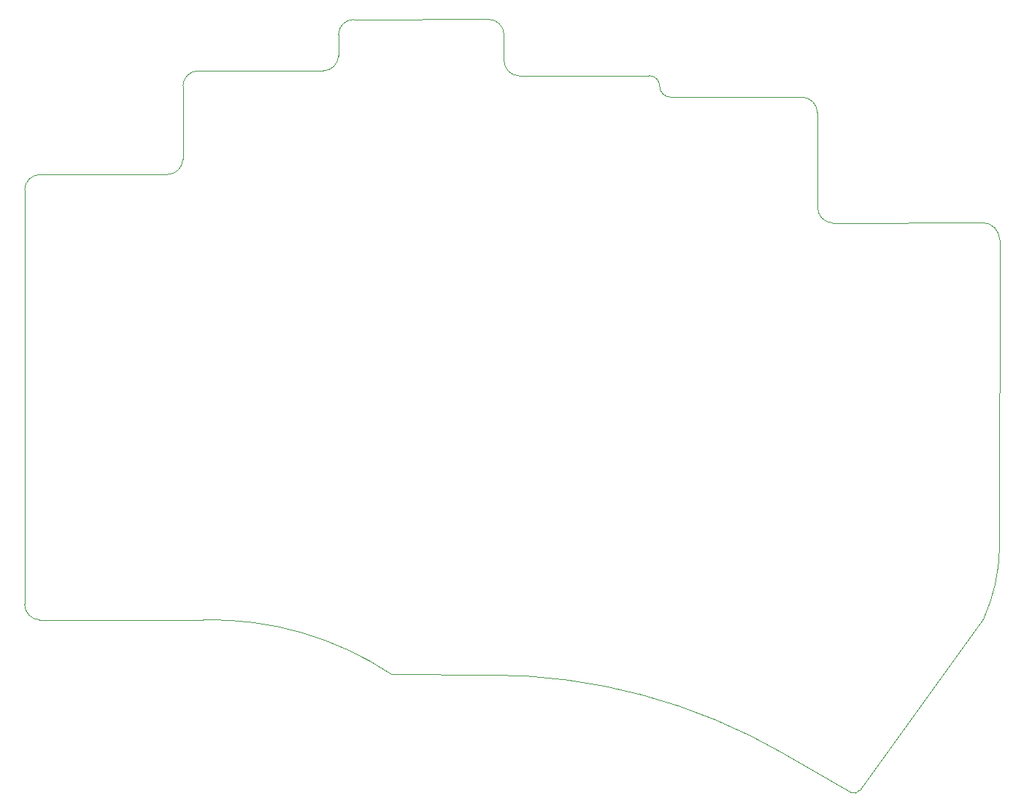
<source format=gm1>
G04 #@! TF.GenerationSoftware,KiCad,Pcbnew,7.0.6*
G04 #@! TF.CreationDate,2023-08-12T13:05:10+01:00*
G04 #@! TF.ProjectId,bottom_plate,626f7474-6f6d-45f7-906c-6174652e6b69,0.1*
G04 #@! TF.SameCoordinates,Original*
G04 #@! TF.FileFunction,Profile,NP*
%FSLAX46Y46*%
G04 Gerber Fmt 4.6, Leading zero omitted, Abs format (unit mm)*
G04 Created by KiCad (PCBNEW 7.0.6) date 2023-08-12 13:05:10*
%MOMM*%
%LPD*%
G01*
G04 APERTURE LIST*
G04 #@! TA.AperFunction,Profile*
%ADD10C,0.050000*%
G04 #@! TD*
G04 APERTURE END LIST*
D10*
X61188833Y-79869010D02*
X61188833Y-127991349D01*
X153179951Y-81839663D02*
X153145111Y-70933883D01*
X174300000Y-85700000D02*
X174281568Y-121466832D01*
X174299942Y-85700000D02*
G75*
G03*
X172300011Y-83699858I-2000042J100D01*
G01*
X133616117Y-66633883D02*
X118540222Y-66661837D01*
X116795111Y-61894135D02*
X116795111Y-64867702D01*
X115050000Y-60100000D02*
X99389516Y-60113430D01*
X134866117Y-67883883D02*
G75*
G03*
X133616117Y-66633883I-1250017J-17D01*
G01*
X134866117Y-67883883D02*
G75*
G03*
X136116117Y-69133883I1249983J-17D01*
G01*
X79547715Y-67826168D02*
X79543548Y-76357158D01*
X99389516Y-60113394D02*
G75*
G03*
X97595381Y-61858541I-16J-1794806D01*
G01*
X115235769Y-136194832D02*
X103694979Y-136082549D01*
X77745029Y-78114927D02*
X62983651Y-78123526D01*
X81900000Y-129800000D02*
X62944009Y-129795833D01*
X157030886Y-149825076D02*
X149229607Y-145303912D01*
X116795088Y-61894135D02*
G75*
G03*
X115050000Y-60100000I-1794788J35D01*
G01*
X153145040Y-70933883D02*
G75*
G03*
X151400000Y-69139748I-1794740J83D01*
G01*
X172480639Y-129591383D02*
G75*
G03*
X174281566Y-121466832I-19080639J8491383D01*
G01*
X151400000Y-69139748D02*
X136116117Y-69133883D01*
X77745029Y-78114920D02*
G75*
G03*
X79543548Y-76357158I-8629J1807820D01*
G01*
X149229606Y-145303913D02*
G75*
G03*
X115235769Y-136194832I-33993836J-58875617D01*
G01*
X157030888Y-149825073D02*
G75*
G03*
X158055405Y-149550557I375012J649473D01*
G01*
X62983651Y-78123538D02*
G75*
G03*
X61188834Y-79869010I-51J-1795462D01*
G01*
X103694982Y-136082545D02*
G75*
G03*
X81900000Y-129800001I-20857682J-31411955D01*
G01*
X95805865Y-66083289D02*
G75*
G03*
X97600000Y-64338143I-65J1794889D01*
G01*
X97595381Y-61858541D02*
X97600000Y-64338143D01*
X158055405Y-149550557D02*
X172480640Y-129591384D01*
X116795076Y-64867702D02*
G75*
G03*
X118540222Y-66661836I1794824J2D01*
G01*
X95805865Y-66083254D02*
X81352199Y-66070992D01*
X153179987Y-81839665D02*
G75*
G03*
X154916980Y-83726849I1786513J-98635D01*
G01*
X61188775Y-127991349D02*
G75*
G03*
X62944009Y-129795833I1805225J49D01*
G01*
X154916980Y-83726849D02*
X172300011Y-83699858D01*
X81352199Y-66071022D02*
G75*
G03*
X79547715Y-67826168I1J-1805178D01*
G01*
M02*

</source>
